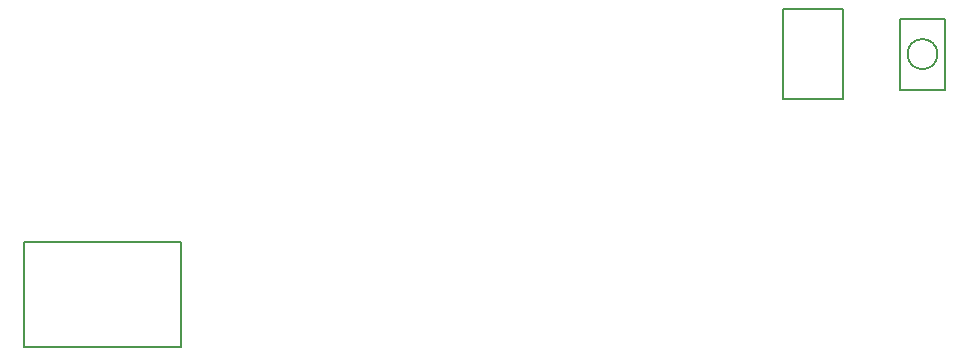
<source format=gbr>
G04 #@! TF.GenerationSoftware,KiCad,Pcbnew,5.1.4+dfsg1-1*
G04 #@! TF.CreationDate,2019-09-21T14:15:38+01:00*
G04 #@! TF.ProjectId,arduino_duo_shield,61726475-696e-46f5-9f64-756f5f736869,rev?*
G04 #@! TF.SameCoordinates,PX6296c50PY74079d0*
G04 #@! TF.FileFunction,Drawing*
%FSLAX46Y46*%
G04 Gerber Fmt 4.6, Leading zero omitted, Abs format (unit mm)*
G04 Created by KiCad (PCBNEW 5.1.4+dfsg1-1) date 2019-09-21 14:15:38*
%MOMM*%
%LPD*%
G04 APERTURE LIST*
%ADD10C,0.150000*%
G04 APERTURE END LIST*
D10*
X72237600Y24892000D02*
X72237600Y30937200D01*
X76098400Y24892000D02*
X76098400Y30937200D01*
X72237600Y24892000D02*
X76098400Y24892000D01*
X75438000Y27940000D02*
G75*
G03X75438000Y27940000I-1270000J0D01*
G01*
X72237600Y30937200D02*
X76098400Y30937200D01*
X62357000Y24130000D02*
X62357000Y31750000D01*
X67437000Y24130000D02*
X62357000Y24130000D01*
X67437000Y31750000D02*
X67437000Y24130000D01*
X62357000Y31750000D02*
X67437000Y31750000D01*
X-1905000Y3175000D02*
X-1905000Y12065000D01*
X11430000Y3175000D02*
X-1905000Y3175000D01*
X11430000Y12065000D02*
X11430000Y3175000D01*
X-1905000Y12065000D02*
X11430000Y12065000D01*
M02*

</source>
